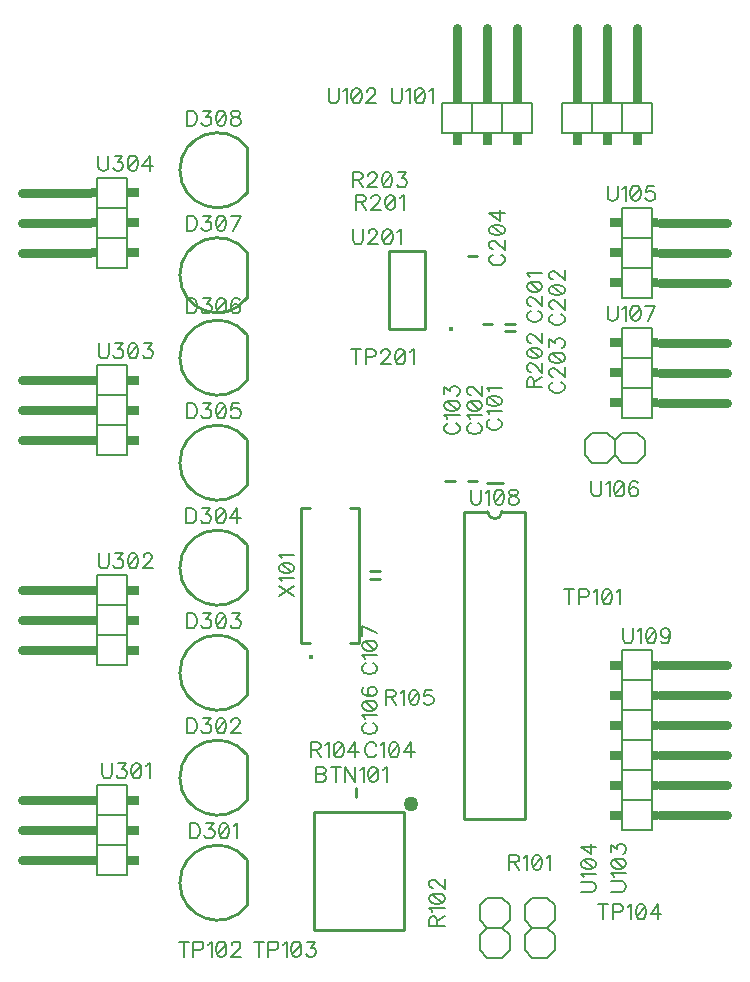
<source format=gto>
G04 DipTrace 2.3.1.0*
%INTopSilk.gbr*%
%MOIN*%
%ADD10C,0.0098*%
%ADD15C,0.03*%
%ADD16C,0.05*%
%ADD27C,0.0154*%
%ADD30C,0.006*%
%ADD68C,0.0077*%
%FSLAX44Y44*%
G04*
G70*
G90*
G75*
G01*
%LNTopSilk*%
%LPD*%
X11907Y5603D2*
D10*
X14899D1*
Y9541D1*
X11907D1*
Y5603D1*
D16*
X15153Y9822D3*
X18196Y20526D2*
D10*
X17684D1*
X17347Y20566D2*
X17033D1*
X16597D2*
X16283D1*
X13316Y10033D2*
Y10347D1*
X13783Y17314D2*
X14097D1*
Y17566D2*
X13783D1*
X17847Y25816D2*
X17533D1*
X18597D2*
X18283D1*
Y25564D2*
X18597D1*
X17347Y28066D2*
X17033D1*
X9690Y7939D2*
Y6441D1*
X9688Y7942D2*
G03X9688Y6438I-998J-752D01*
G01*
X9690Y11439D2*
Y9941D1*
X9688Y11442D2*
G03X9688Y9938I-998J-752D01*
G01*
X9690Y14939D2*
Y13441D1*
X9688Y14942D2*
G03X9688Y13438I-998J-752D01*
G01*
X9690Y18439D2*
Y16941D1*
X9688Y18442D2*
G03X9688Y16938I-998J-752D01*
G01*
X9690Y21939D2*
Y20441D1*
X9688Y21942D2*
G03X9688Y20438I-998J-752D01*
G01*
X9690Y25439D2*
Y23941D1*
X9688Y25442D2*
G03X9688Y23938I-998J-752D01*
G01*
X9690Y28189D2*
Y26691D1*
X9688Y28192D2*
G03X9688Y26688I-998J-752D01*
G01*
X9690Y31689D2*
Y30191D1*
X9688Y31692D2*
G03X9688Y30188I-998J-752D01*
G01*
X20190Y32190D2*
D30*
X21190D1*
Y33190D1*
X20190D1*
Y32190D1*
X20690Y35690D2*
D15*
Y33440D1*
X21190Y32190D2*
D30*
X22190D1*
Y33190D1*
X21190D1*
X21690Y35690D2*
D15*
Y33440D1*
X22190Y32190D2*
D30*
X23190D1*
Y33190D1*
X22190D1*
X22690Y35690D2*
D15*
Y33440D1*
G36*
X20540Y33190D2*
X20840D1*
Y33390D1*
X20540D1*
Y33190D1*
G37*
G36*
X21540D2*
X21840D1*
Y33390D1*
X21540D1*
Y33190D1*
G37*
G36*
X22540D2*
X22840D1*
Y33390D1*
X22540D1*
Y33190D1*
G37*
G36*
X20540Y31790D2*
X20840D1*
Y32190D1*
X20540D1*
Y31790D1*
G37*
G36*
X21540D2*
X21840D1*
Y32190D1*
X21540D1*
Y31790D1*
G37*
G36*
X22540D2*
X22840D1*
Y32190D1*
X22540D1*
Y31790D1*
G37*
X16190Y32190D2*
D30*
X17190D1*
Y33190D1*
X16190D1*
Y32190D1*
X16690Y35690D2*
D15*
Y33440D1*
X17190Y32190D2*
D30*
X18190D1*
Y33190D1*
X17190D1*
X17690Y35690D2*
D15*
Y33440D1*
X18190Y32190D2*
D30*
X19190D1*
Y33190D1*
X18190D1*
X18690Y35690D2*
D15*
Y33440D1*
G36*
X16540Y33190D2*
X16840D1*
Y33390D1*
X16540D1*
Y33190D1*
G37*
G36*
X17540D2*
X17840D1*
Y33390D1*
X17540D1*
Y33190D1*
G37*
G36*
X18540D2*
X18840D1*
Y33390D1*
X18540D1*
Y33190D1*
G37*
G36*
X16540Y31790D2*
X16840D1*
Y32190D1*
X16540D1*
Y31790D1*
G37*
G36*
X17540D2*
X17840D1*
Y32190D1*
X17540D1*
Y31790D1*
G37*
G36*
X18540D2*
X18840D1*
Y32190D1*
X18540D1*
Y31790D1*
G37*
X18940Y4940D2*
D30*
Y5440D1*
X19190Y5690D1*
X19690D1*
X19940Y5440D1*
X19190Y4690D2*
X19690D1*
X18940Y4940D2*
X19190Y4690D1*
X19690D2*
X19940Y4940D1*
Y5440D2*
Y4940D1*
X19190Y5690D2*
X18940Y5940D1*
Y6440D1*
X19190Y6690D1*
X19690D1*
X19940Y6440D1*
Y5940D1*
X19690Y5690D1*
X18440Y6440D2*
Y5940D1*
X18190Y5690D1*
X17690D1*
X17440Y5940D1*
X18190Y6690D2*
X17690D1*
X18440Y6440D2*
X18190Y6690D1*
X17690D2*
X17440Y6440D1*
Y5940D2*
Y6440D1*
X18190Y5690D2*
X18440Y5440D1*
Y4940D1*
X18190Y4690D1*
X17690D1*
X17440Y4940D1*
Y5440D1*
X17690Y5690D1*
X22190Y29690D2*
Y28690D1*
X23190D1*
Y29690D1*
X22190D1*
X25690Y29190D2*
D15*
X23440D1*
X22190Y28690D2*
D30*
Y27690D1*
X23190D1*
Y28690D1*
X25690Y28190D2*
D15*
X23440D1*
X22190Y27690D2*
D30*
Y26690D1*
X23190D1*
Y27690D1*
X25690Y27190D2*
D15*
X23440D1*
G36*
X23190Y29340D2*
X23390D1*
Y29040D1*
X23190D1*
Y29340D1*
G37*
G36*
Y28340D2*
X23390D1*
Y28040D1*
X23190D1*
Y28340D1*
G37*
G36*
Y27340D2*
X23390D1*
Y27040D1*
X23190D1*
Y27340D1*
G37*
G36*
X21790Y29340D2*
X22190D1*
Y29040D1*
X21790D1*
Y29340D1*
G37*
G36*
Y28340D2*
X22190D1*
Y28040D1*
X21790D1*
Y28340D1*
G37*
G36*
Y27340D2*
X22190D1*
Y27040D1*
X21790D1*
Y27340D1*
G37*
X22690Y21190D2*
D30*
X22190D1*
X21940Y21440D1*
Y21940D1*
X22190Y22190D1*
X22940Y21440D2*
Y21940D1*
X22690Y21190D2*
X22940Y21440D1*
Y21940D2*
X22690Y22190D1*
X22190D2*
X22690D1*
X21940Y21440D2*
X21690Y21190D1*
X21190D1*
X20940Y21440D1*
Y21940D1*
X21190Y22190D1*
X21690D1*
X21940Y21940D1*
X22190Y25690D2*
Y24690D1*
X23190D1*
Y25690D1*
X22190D1*
X25690Y25190D2*
D15*
X23440D1*
X22190Y24690D2*
D30*
Y23690D1*
X23190D1*
Y24690D1*
X25690Y24190D2*
D15*
X23440D1*
X22190Y23690D2*
D30*
Y22690D1*
X23190D1*
Y23690D1*
X25690Y23190D2*
D15*
X23440D1*
G36*
X23190Y25340D2*
X23390D1*
Y25040D1*
X23190D1*
Y25340D1*
G37*
G36*
Y24340D2*
X23390D1*
Y24040D1*
X23190D1*
Y24340D1*
G37*
G36*
Y23340D2*
X23390D1*
Y23040D1*
X23190D1*
Y23340D1*
G37*
G36*
X21790Y25340D2*
X22190D1*
Y25040D1*
X21790D1*
Y25340D1*
G37*
G36*
Y24340D2*
X22190D1*
Y24040D1*
X21790D1*
Y24340D1*
G37*
G36*
Y23340D2*
X22190D1*
Y23040D1*
X21790D1*
Y23340D1*
G37*
X18960Y19558D2*
D10*
Y9322D1*
X16913D2*
X18960D1*
X16913Y19558D2*
Y9322D1*
Y19558D2*
X17700D1*
X18960D2*
X18172D1*
X17700D2*
G03X18172Y19558I236J0D01*
G01*
X22190Y14940D2*
D30*
Y13940D1*
X23190D1*
Y14940D1*
X22190D1*
X25690Y14440D2*
D15*
X23440D1*
X22190Y13940D2*
D30*
Y12940D1*
X23190D1*
Y13940D1*
X25690Y13440D2*
D15*
X23440D1*
X22190Y12940D2*
D30*
Y11940D1*
X23190D1*
Y12940D1*
X25690Y12440D2*
D15*
X23440D1*
X22190Y11940D2*
D30*
Y10940D1*
X23190D1*
Y11940D1*
X25690Y11440D2*
D15*
X23440D1*
X22190Y10940D2*
D30*
Y9940D1*
X23190D1*
Y10940D1*
X25690Y10440D2*
D15*
X23440D1*
X22190Y9940D2*
D30*
Y8940D1*
X23190D1*
Y9940D1*
X25690Y9440D2*
D15*
X23440D1*
G36*
X23190Y14590D2*
X23390D1*
Y14290D1*
X23190D1*
Y14590D1*
G37*
G36*
Y13590D2*
X23390D1*
Y13290D1*
X23190D1*
Y13590D1*
G37*
G36*
Y12590D2*
X23390D1*
Y12290D1*
X23190D1*
Y12590D1*
G37*
G36*
Y11590D2*
X23390D1*
Y11290D1*
X23190D1*
Y11590D1*
G37*
G36*
Y10590D2*
X23390D1*
Y10290D1*
X23190D1*
Y10590D1*
G37*
G36*
Y9590D2*
X23390D1*
Y9290D1*
X23190D1*
Y9590D1*
G37*
G36*
X21790Y14590D2*
X22190D1*
Y14290D1*
X21790D1*
Y14590D1*
G37*
G36*
Y13590D2*
X22190D1*
Y13290D1*
X21790D1*
Y13590D1*
G37*
G36*
Y12590D2*
X22190D1*
Y12290D1*
X21790D1*
Y12590D1*
G37*
G36*
Y11590D2*
X22190D1*
Y11290D1*
X21790D1*
Y11590D1*
G37*
G36*
Y10590D2*
X22190D1*
Y10290D1*
X21790D1*
Y10590D1*
G37*
G36*
Y9590D2*
X22190D1*
Y9290D1*
X21790D1*
Y9590D1*
G37*
D27*
X16492Y25651D3*
X15599Y25641D2*
D10*
Y28239D1*
X14418Y25641D2*
Y28239D1*
X15599D2*
X14418D1*
X15599Y25641D2*
X14418D1*
X5690Y7440D2*
D30*
Y8440D1*
X4690D1*
Y7440D1*
X5690D1*
X2190Y7940D2*
D15*
X4440D1*
X5690Y8440D2*
D30*
Y9440D1*
X4690D1*
Y8440D1*
X2190Y8940D2*
D15*
X4440D1*
X5690Y9440D2*
D30*
Y10440D1*
X4690D1*
Y9440D1*
X2190Y9940D2*
D15*
X4440D1*
G36*
X4690Y7790D2*
X4490D1*
Y8090D1*
X4690D1*
Y7790D1*
G37*
G36*
Y8790D2*
X4490D1*
Y9090D1*
X4690D1*
Y8790D1*
G37*
G36*
Y9790D2*
X4490D1*
Y10090D1*
X4690D1*
Y9790D1*
G37*
G36*
X6090Y7790D2*
X5690D1*
Y8090D1*
X6090D1*
Y7790D1*
G37*
G36*
Y8790D2*
X5690D1*
Y9090D1*
X6090D1*
Y8790D1*
G37*
G36*
Y9790D2*
X5690D1*
Y10090D1*
X6090D1*
Y9790D1*
G37*
X5690Y14440D2*
D30*
Y15440D1*
X4690D1*
Y14440D1*
X5690D1*
X2190Y14940D2*
D15*
X4440D1*
X5690Y15440D2*
D30*
Y16440D1*
X4690D1*
Y15440D1*
X2190Y15940D2*
D15*
X4440D1*
X5690Y16440D2*
D30*
Y17440D1*
X4690D1*
Y16440D1*
X2190Y16940D2*
D15*
X4440D1*
G36*
X4690Y14790D2*
X4490D1*
Y15090D1*
X4690D1*
Y14790D1*
G37*
G36*
Y15790D2*
X4490D1*
Y16090D1*
X4690D1*
Y15790D1*
G37*
G36*
Y16790D2*
X4490D1*
Y17090D1*
X4690D1*
Y16790D1*
G37*
G36*
X6090Y14790D2*
X5690D1*
Y15090D1*
X6090D1*
Y14790D1*
G37*
G36*
Y15790D2*
X5690D1*
Y16090D1*
X6090D1*
Y15790D1*
G37*
G36*
Y16790D2*
X5690D1*
Y17090D1*
X6090D1*
Y16790D1*
G37*
X5690Y21440D2*
D30*
Y22440D1*
X4690D1*
Y21440D1*
X5690D1*
X2190Y21940D2*
D15*
X4440D1*
X5690Y22440D2*
D30*
Y23440D1*
X4690D1*
Y22440D1*
X2190Y22940D2*
D15*
X4440D1*
X5690Y23440D2*
D30*
Y24440D1*
X4690D1*
Y23440D1*
X2190Y23940D2*
D15*
X4440D1*
G36*
X4690Y21790D2*
X4490D1*
Y22090D1*
X4690D1*
Y21790D1*
G37*
G36*
Y22790D2*
X4490D1*
Y23090D1*
X4690D1*
Y22790D1*
G37*
G36*
Y23790D2*
X4490D1*
Y24090D1*
X4690D1*
Y23790D1*
G37*
G36*
X6090Y21790D2*
X5690D1*
Y22090D1*
X6090D1*
Y21790D1*
G37*
G36*
Y22790D2*
X5690D1*
Y23090D1*
X6090D1*
Y22790D1*
G37*
G36*
Y23790D2*
X5690D1*
Y24090D1*
X6090D1*
Y23790D1*
G37*
X5690Y27690D2*
D30*
Y28690D1*
X4690D1*
Y27690D1*
X5690D1*
X2190Y28190D2*
D15*
X4440D1*
X5690Y28690D2*
D30*
Y29690D1*
X4690D1*
Y28690D1*
X2190Y29190D2*
D15*
X4440D1*
X5690Y29690D2*
D30*
Y30690D1*
X4690D1*
Y29690D1*
X2190Y30190D2*
D15*
X4440D1*
G36*
X4690Y28040D2*
X4490D1*
Y28340D1*
X4690D1*
Y28040D1*
G37*
G36*
Y29040D2*
X4490D1*
Y29340D1*
X4690D1*
Y29040D1*
G37*
G36*
Y30040D2*
X4490D1*
Y30340D1*
X4690D1*
Y30040D1*
G37*
G36*
X6090Y28040D2*
X5690D1*
Y28340D1*
X6090D1*
Y28040D1*
G37*
G36*
Y29040D2*
X5690D1*
Y29340D1*
X6090D1*
Y29040D1*
G37*
G36*
Y30040D2*
X5690D1*
Y30340D1*
X6090D1*
Y30040D1*
G37*
D27*
X11825Y14700D3*
X11771Y15191D2*
D10*
X11475D1*
X13405Y19679D2*
X13109D1*
X13405Y15191D2*
Y19679D1*
Y15191D2*
X13109D1*
X11771Y19679D2*
X11475D1*
Y15191D2*
Y19679D1*
X11979Y11054D2*
D68*
Y10552D1*
X12194D1*
X12266Y10576D1*
X12290Y10600D1*
X12314Y10647D1*
Y10719D1*
X12290Y10767D1*
X12266Y10791D1*
X12194Y10815D1*
X12266Y10839D1*
X12290Y10863D1*
X12314Y10910D1*
Y10959D1*
X12290Y11006D1*
X12266Y11030D1*
X12194Y11054D1*
X11979D1*
Y10815D2*
X12194D1*
X12636Y11054D2*
Y10552D1*
X12468Y11054D2*
X12803D1*
X13292D2*
Y10552D1*
X12957Y11054D1*
Y10552D1*
X13447Y10958D2*
X13495Y10982D1*
X13567Y11054D1*
Y10552D1*
X13865Y11054D2*
X13793Y11030D1*
X13745Y10958D1*
X13721Y10839D1*
Y10767D1*
X13745Y10647D1*
X13793Y10575D1*
X13865Y10552D1*
X13912D1*
X13984Y10575D1*
X14032Y10647D1*
X14056Y10767D1*
Y10839D1*
X14032Y10958D1*
X13984Y11030D1*
X13912Y11054D1*
X13865D1*
X14032Y10958D2*
X13745Y10647D1*
X14210Y10958D2*
X14258Y10982D1*
X14330Y11054D1*
Y10552D1*
X17782Y22646D2*
X17734Y22622D1*
X17686Y22574D1*
X17662Y22526D1*
Y22431D1*
X17686Y22382D1*
X17734Y22335D1*
X17782Y22311D1*
X17854Y22287D1*
X17974D1*
X18045Y22311D1*
X18093Y22335D1*
X18141Y22382D1*
X18165Y22431D1*
Y22526D1*
X18141Y22574D1*
X18093Y22622D1*
X18045Y22646D1*
X17759Y22800D2*
X17734Y22848D1*
X17663Y22920D1*
X18165D1*
X17663Y23218D2*
X17687Y23146D1*
X17759Y23098D1*
X17878Y23074D1*
X17950D1*
X18069Y23098D1*
X18141Y23146D1*
X18165Y23218D1*
Y23266D1*
X18141Y23337D1*
X18069Y23385D1*
X17950Y23409D1*
X17878D1*
X17759Y23385D1*
X17687Y23337D1*
X17663Y23266D1*
Y23218D1*
X17759Y23385D2*
X18069Y23098D1*
X17759Y23564D2*
X17734Y23612D1*
X17663Y23684D1*
X18165D1*
X17130Y22499D2*
X17083Y22475D1*
X17035Y22427D1*
X17011Y22380D1*
Y22284D1*
X17035Y22236D1*
X17083Y22188D1*
X17130Y22164D1*
X17202Y22140D1*
X17322D1*
X17393Y22164D1*
X17441Y22188D1*
X17489Y22236D1*
X17513Y22284D1*
Y22380D1*
X17489Y22427D1*
X17441Y22475D1*
X17393Y22499D1*
X17107Y22653D2*
X17083Y22701D1*
X17011Y22773D1*
X17513D1*
X17011Y23071D2*
X17035Y23000D1*
X17107Y22952D1*
X17226Y22928D1*
X17298D1*
X17418Y22952D1*
X17490Y23000D1*
X17513Y23071D1*
Y23119D1*
X17490Y23191D1*
X17418Y23238D1*
X17298Y23263D1*
X17226D1*
X17107Y23238D1*
X17035Y23191D1*
X17011Y23119D1*
Y23071D1*
X17107Y23238D2*
X17418Y22952D1*
X17131Y23441D2*
X17107D1*
X17059Y23465D1*
X17035Y23489D1*
X17011Y23537D1*
Y23633D1*
X17035Y23680D1*
X17059Y23704D1*
X17107Y23728D1*
X17155D1*
X17203Y23704D1*
X17274Y23656D1*
X17513Y23417D1*
Y23752D1*
X16380Y22499D2*
X16333Y22475D1*
X16285Y22427D1*
X16261Y22380D1*
Y22284D1*
X16285Y22236D1*
X16333Y22188D1*
X16380Y22164D1*
X16452Y22140D1*
X16572D1*
X16643Y22164D1*
X16691Y22188D1*
X16739Y22236D1*
X16763Y22284D1*
Y22380D1*
X16739Y22427D1*
X16691Y22475D1*
X16643Y22499D1*
X16357Y22653D2*
X16333Y22701D1*
X16261Y22773D1*
X16763D1*
X16261Y23071D2*
X16285Y23000D1*
X16357Y22952D1*
X16476Y22928D1*
X16548D1*
X16668Y22952D1*
X16740Y23000D1*
X16763Y23071D1*
Y23119D1*
X16740Y23191D1*
X16668Y23238D1*
X16548Y23263D1*
X16476D1*
X16357Y23238D1*
X16285Y23191D1*
X16261Y23119D1*
Y23071D1*
X16357Y23238D2*
X16668Y22952D1*
X16261Y23465D2*
Y23728D1*
X16453Y23585D1*
Y23656D1*
X16476Y23704D1*
X16500Y23728D1*
X16572Y23752D1*
X16620D1*
X16691Y23728D1*
X16740Y23680D1*
X16763Y23608D1*
Y23536D1*
X16740Y23465D1*
X16715Y23441D1*
X16668Y23417D1*
X13987Y11750D2*
X13963Y11797D1*
X13915Y11845D1*
X13868Y11869D1*
X13772D1*
X13724Y11845D1*
X13677Y11797D1*
X13652Y11750D1*
X13628Y11678D1*
Y11558D1*
X13652Y11487D1*
X13677Y11439D1*
X13724Y11391D1*
X13772Y11367D1*
X13868D1*
X13915Y11391D1*
X13963Y11439D1*
X13987Y11487D1*
X14142Y11773D2*
X14190Y11797D1*
X14261Y11869D1*
Y11367D1*
X14560Y11869D2*
X14488Y11845D1*
X14440Y11773D1*
X14416Y11654D1*
Y11582D1*
X14440Y11462D1*
X14488Y11390D1*
X14560Y11367D1*
X14607D1*
X14679Y11390D1*
X14726Y11462D1*
X14751Y11582D1*
Y11654D1*
X14726Y11773D1*
X14679Y11845D1*
X14607Y11869D1*
X14560D1*
X14726Y11773D2*
X14440Y11462D1*
X15144Y11367D2*
Y11869D1*
X14905Y11534D1*
X15264D1*
X13630Y12499D2*
X13583Y12475D1*
X13535Y12427D1*
X13511Y12379D1*
Y12284D1*
X13535Y12236D1*
X13583Y12188D1*
X13630Y12164D1*
X13702Y12140D1*
X13822D1*
X13893Y12164D1*
X13941Y12188D1*
X13989Y12236D1*
X14013Y12284D1*
Y12379D1*
X13989Y12427D1*
X13941Y12475D1*
X13893Y12499D1*
X13607Y12653D2*
X13583Y12701D1*
X13511Y12773D1*
X14013D1*
X13511Y13071D2*
X13535Y12999D1*
X13607Y12951D1*
X13726Y12928D1*
X13798D1*
X13918Y12951D1*
X13990Y12999D1*
X14013Y13071D1*
Y13119D1*
X13990Y13191D1*
X13918Y13238D1*
X13798Y13263D1*
X13726D1*
X13607Y13238D1*
X13535Y13191D1*
X13511Y13119D1*
Y13071D1*
X13607Y13238D2*
X13918Y12951D1*
X13583Y13704D2*
X13535Y13680D1*
X13511Y13608D1*
Y13561D1*
X13535Y13489D1*
X13607Y13441D1*
X13726Y13417D1*
X13846D1*
X13941Y13441D1*
X13990Y13489D1*
X14013Y13561D1*
Y13584D1*
X13990Y13656D1*
X13941Y13704D1*
X13870Y13728D1*
X13846D1*
X13774Y13704D1*
X13726Y13656D1*
X13703Y13584D1*
Y13561D1*
X13726Y13489D1*
X13774Y13441D1*
X13846Y13417D1*
X13630Y14499D2*
X13583Y14475D1*
X13535Y14427D1*
X13511Y14380D1*
Y14284D1*
X13535Y14236D1*
X13583Y14188D1*
X13630Y14164D1*
X13702Y14140D1*
X13822D1*
X13893Y14164D1*
X13941Y14188D1*
X13989Y14236D1*
X14013Y14284D1*
Y14380D1*
X13989Y14427D1*
X13941Y14475D1*
X13893Y14499D1*
X13607Y14653D2*
X13583Y14701D1*
X13511Y14773D1*
X14013D1*
X13511Y15071D2*
X13535Y15000D1*
X13607Y14952D1*
X13726Y14928D1*
X13798D1*
X13918Y14952D1*
X13990Y15000D1*
X14013Y15071D1*
Y15119D1*
X13990Y15191D1*
X13918Y15238D1*
X13798Y15263D1*
X13726D1*
X13607Y15238D1*
X13535Y15191D1*
X13511Y15119D1*
Y15071D1*
X13607Y15238D2*
X13918Y14952D1*
X14013Y15513D2*
X13511Y15752D1*
Y15417D1*
X19130Y26249D2*
X19083Y26225D1*
X19035Y26177D1*
X19011Y26130D1*
Y26034D1*
X19035Y25986D1*
X19083Y25938D1*
X19130Y25914D1*
X19202Y25890D1*
X19322D1*
X19393Y25914D1*
X19441Y25938D1*
X19489Y25986D1*
X19513Y26034D1*
Y26130D1*
X19489Y26177D1*
X19441Y26225D1*
X19393Y26249D1*
X19131Y26428D2*
X19107D1*
X19059Y26451D1*
X19035Y26475D1*
X19011Y26523D1*
Y26619D1*
X19035Y26666D1*
X19059Y26690D1*
X19107Y26715D1*
X19155D1*
X19203Y26690D1*
X19274Y26643D1*
X19513Y26403D1*
Y26738D1*
X19011Y27036D2*
X19035Y26965D1*
X19107Y26916D1*
X19226Y26893D1*
X19298D1*
X19418Y26916D1*
X19490Y26965D1*
X19513Y27036D1*
Y27084D1*
X19490Y27156D1*
X19418Y27203D1*
X19298Y27228D1*
X19226D1*
X19107Y27203D1*
X19035Y27156D1*
X19011Y27084D1*
Y27036D1*
X19107Y27203D2*
X19418Y26916D1*
X19107Y27382D2*
X19083Y27430D1*
X19011Y27502D1*
X19513D1*
X19880Y26142D2*
X19833Y26118D1*
X19785Y26070D1*
X19761Y26022D1*
Y25927D1*
X19785Y25878D1*
X19833Y25831D1*
X19880Y25807D1*
X19952Y25783D1*
X20072D1*
X20143Y25807D1*
X20191Y25831D1*
X20239Y25878D1*
X20263Y25927D1*
Y26022D1*
X20239Y26070D1*
X20191Y26118D1*
X20143Y26142D1*
X19881Y26320D2*
X19857D1*
X19809Y26344D1*
X19785Y26368D1*
X19761Y26416D1*
Y26511D1*
X19785Y26559D1*
X19809Y26583D1*
X19857Y26607D1*
X19905D1*
X19953Y26583D1*
X20024Y26535D1*
X20263Y26296D1*
Y26631D1*
X19761Y26929D2*
X19785Y26857D1*
X19857Y26809D1*
X19976Y26785D1*
X20048D1*
X20168Y26809D1*
X20240Y26857D1*
X20263Y26929D1*
Y26976D1*
X20240Y27048D1*
X20168Y27096D1*
X20048Y27120D1*
X19976D1*
X19857Y27096D1*
X19785Y27048D1*
X19761Y26976D1*
Y26929D1*
X19857Y27096D2*
X20168Y26809D1*
X19881Y27299D2*
X19857D1*
X19809Y27323D1*
X19785Y27346D1*
X19761Y27394D1*
Y27490D1*
X19785Y27538D1*
X19809Y27561D1*
X19857Y27586D1*
X19905D1*
X19953Y27561D1*
X20024Y27514D1*
X20263Y27275D1*
Y27609D1*
X19880Y23879D2*
X19833Y23855D1*
X19785Y23807D1*
X19761Y23760D1*
Y23664D1*
X19785Y23616D1*
X19833Y23569D1*
X19880Y23544D1*
X19952Y23521D1*
X20072D1*
X20143Y23544D1*
X20191Y23569D1*
X20239Y23616D1*
X20263Y23664D1*
Y23760D1*
X20239Y23807D1*
X20191Y23855D1*
X20143Y23879D1*
X19881Y24058D2*
X19857D1*
X19809Y24082D1*
X19785Y24105D1*
X19761Y24154D1*
Y24249D1*
X19785Y24297D1*
X19809Y24320D1*
X19857Y24345D1*
X19905D1*
X19953Y24320D1*
X20024Y24273D1*
X20263Y24034D1*
Y24369D1*
X19761Y24667D2*
X19785Y24595D1*
X19857Y24547D1*
X19976Y24523D1*
X20048D1*
X20168Y24547D1*
X20240Y24595D1*
X20263Y24667D1*
Y24714D1*
X20240Y24786D1*
X20168Y24834D1*
X20048Y24858D1*
X19976D1*
X19857Y24834D1*
X19785Y24786D1*
X19761Y24714D1*
Y24667D1*
X19857Y24834D2*
X20168Y24547D1*
X19761Y25060D2*
Y25323D1*
X19953Y25180D1*
Y25252D1*
X19976Y25299D1*
X20000Y25323D1*
X20072Y25347D1*
X20120D1*
X20191Y25323D1*
X20240Y25275D1*
X20263Y25203D1*
Y25132D1*
X20240Y25060D1*
X20215Y25037D1*
X20168Y25012D1*
X17880Y28130D2*
X17833Y28106D1*
X17785Y28058D1*
X17761Y28010D1*
Y27915D1*
X17785Y27867D1*
X17833Y27819D1*
X17880Y27795D1*
X17952Y27771D1*
X18072D1*
X18143Y27795D1*
X18191Y27819D1*
X18239Y27867D1*
X18263Y27915D1*
Y28010D1*
X18239Y28058D1*
X18191Y28106D1*
X18143Y28130D1*
X17881Y28308D2*
X17857D1*
X17809Y28332D1*
X17785Y28356D1*
X17761Y28404D1*
Y28500D1*
X17785Y28547D1*
X17809Y28571D1*
X17857Y28595D1*
X17905D1*
X17953Y28571D1*
X18024Y28523D1*
X18263Y28284D1*
Y28619D1*
X17761Y28917D2*
X17785Y28845D1*
X17857Y28797D1*
X17976Y28773D1*
X18048D1*
X18168Y28797D1*
X18240Y28845D1*
X18263Y28917D1*
Y28965D1*
X18240Y29036D1*
X18168Y29084D1*
X18048Y29108D1*
X17976D1*
X17857Y29084D1*
X17785Y29036D1*
X17761Y28965D1*
Y28917D1*
X17857Y29084D2*
X18168Y28797D1*
X18263Y29502D2*
X17761D1*
X18096Y29263D1*
Y29621D1*
X7771Y9172D2*
Y8670D1*
X7938D1*
X8010Y8694D1*
X8058Y8741D1*
X8082Y8790D1*
X8106Y8861D1*
Y8981D1*
X8082Y9053D1*
X8058Y9100D1*
X8010Y9148D1*
X7938Y9172D1*
X7771D1*
X8308Y9171D2*
X8571D1*
X8428Y8980D1*
X8500D1*
X8547Y8956D1*
X8571Y8933D1*
X8595Y8861D1*
Y8813D1*
X8571Y8741D1*
X8523Y8693D1*
X8452Y8670D1*
X8380D1*
X8308Y8693D1*
X8285Y8718D1*
X8260Y8765D1*
X8893Y9171D2*
X8821Y9148D1*
X8773Y9076D1*
X8750Y8956D1*
Y8885D1*
X8773Y8765D1*
X8821Y8693D1*
X8893Y8670D1*
X8941D1*
X9013Y8693D1*
X9060Y8765D1*
X9085Y8885D1*
Y8956D1*
X9060Y9076D1*
X9013Y9148D1*
X8941Y9171D1*
X8893D1*
X9060Y9076D2*
X8773Y8765D1*
X9239Y9076D2*
X9287Y9100D1*
X9359Y9171D1*
Y8670D1*
X7663Y12672D2*
Y12170D1*
X7831D1*
X7903Y12194D1*
X7951Y12241D1*
X7975Y12290D1*
X7998Y12361D1*
Y12481D1*
X7975Y12553D1*
X7951Y12600D1*
X7903Y12648D1*
X7831Y12672D1*
X7663D1*
X8201Y12671D2*
X8463D1*
X8320Y12480D1*
X8392D1*
X8440Y12456D1*
X8463Y12433D1*
X8488Y12361D1*
Y12313D1*
X8463Y12241D1*
X8416Y12193D1*
X8344Y12170D1*
X8272D1*
X8201Y12193D1*
X8177Y12218D1*
X8153Y12265D1*
X8786Y12671D2*
X8714Y12648D1*
X8666Y12576D1*
X8642Y12456D1*
Y12385D1*
X8666Y12265D1*
X8714Y12193D1*
X8786Y12170D1*
X8833D1*
X8905Y12193D1*
X8953Y12265D1*
X8977Y12385D1*
Y12456D1*
X8953Y12576D1*
X8905Y12648D1*
X8833Y12671D1*
X8786D1*
X8953Y12576D2*
X8666Y12265D1*
X9156Y12552D2*
Y12576D1*
X9180Y12624D1*
X9203Y12648D1*
X9251Y12671D1*
X9347D1*
X9395Y12648D1*
X9418Y12624D1*
X9443Y12576D1*
Y12528D1*
X9418Y12480D1*
X9371Y12409D1*
X9131Y12170D1*
X9466D1*
X7663Y16172D2*
Y15670D1*
X7831D1*
X7903Y15694D1*
X7951Y15741D1*
X7975Y15790D1*
X7998Y15861D1*
Y15981D1*
X7975Y16053D1*
X7951Y16100D1*
X7903Y16148D1*
X7831Y16172D1*
X7663D1*
X8201Y16171D2*
X8463D1*
X8320Y15980D1*
X8392D1*
X8440Y15956D1*
X8463Y15933D1*
X8488Y15861D1*
Y15813D1*
X8463Y15741D1*
X8416Y15693D1*
X8344Y15670D1*
X8272D1*
X8201Y15693D1*
X8177Y15718D1*
X8153Y15765D1*
X8786Y16171D2*
X8714Y16148D1*
X8666Y16076D1*
X8642Y15956D1*
Y15885D1*
X8666Y15765D1*
X8714Y15693D1*
X8786Y15670D1*
X8833D1*
X8905Y15693D1*
X8953Y15765D1*
X8977Y15885D1*
Y15956D1*
X8953Y16076D1*
X8905Y16148D1*
X8833Y16171D1*
X8786D1*
X8953Y16076D2*
X8666Y15765D1*
X9180Y16171D2*
X9442D1*
X9299Y15980D1*
X9371D1*
X9418Y15956D1*
X9442Y15933D1*
X9466Y15861D1*
Y15813D1*
X9442Y15741D1*
X9395Y15693D1*
X9323Y15670D1*
X9251D1*
X9180Y15693D1*
X9156Y15718D1*
X9131Y15765D1*
X7652Y19672D2*
Y19170D1*
X7819D1*
X7891Y19194D1*
X7939Y19241D1*
X7963Y19290D1*
X7987Y19361D1*
Y19481D1*
X7963Y19553D1*
X7939Y19600D1*
X7891Y19648D1*
X7819Y19672D1*
X7652D1*
X8189Y19671D2*
X8452D1*
X8308Y19480D1*
X8380D1*
X8428Y19456D1*
X8452Y19433D1*
X8476Y19361D1*
Y19313D1*
X8452Y19241D1*
X8404Y19193D1*
X8332Y19170D1*
X8260D1*
X8189Y19193D1*
X8165Y19218D1*
X8141Y19265D1*
X8774Y19671D2*
X8702Y19648D1*
X8654Y19576D1*
X8630Y19456D1*
Y19385D1*
X8654Y19265D1*
X8702Y19193D1*
X8774Y19170D1*
X8821D1*
X8893Y19193D1*
X8941Y19265D1*
X8965Y19385D1*
Y19456D1*
X8941Y19576D1*
X8893Y19648D1*
X8821Y19671D1*
X8774D1*
X8941Y19576D2*
X8654Y19265D1*
X9359Y19170D2*
Y19671D1*
X9120Y19337D1*
X9478D1*
X7663Y23172D2*
Y22670D1*
X7831D1*
X7903Y22694D1*
X7951Y22741D1*
X7975Y22790D1*
X7998Y22861D1*
Y22981D1*
X7975Y23053D1*
X7951Y23100D1*
X7903Y23148D1*
X7831Y23172D1*
X7663D1*
X8201Y23171D2*
X8463D1*
X8320Y22980D1*
X8392D1*
X8440Y22956D1*
X8463Y22933D1*
X8488Y22861D1*
Y22813D1*
X8463Y22741D1*
X8416Y22693D1*
X8344Y22670D1*
X8272D1*
X8201Y22693D1*
X8177Y22718D1*
X8153Y22765D1*
X8786Y23171D2*
X8714Y23148D1*
X8666Y23076D1*
X8642Y22956D1*
Y22885D1*
X8666Y22765D1*
X8714Y22693D1*
X8786Y22670D1*
X8833D1*
X8905Y22693D1*
X8953Y22765D1*
X8977Y22885D1*
Y22956D1*
X8953Y23076D1*
X8905Y23148D1*
X8833Y23171D1*
X8786D1*
X8953Y23076D2*
X8666Y22765D1*
X9418Y23171D2*
X9180D1*
X9156Y22956D1*
X9180Y22980D1*
X9251Y23005D1*
X9323D1*
X9395Y22980D1*
X9443Y22933D1*
X9466Y22861D1*
Y22813D1*
X9443Y22741D1*
X9395Y22693D1*
X9323Y22670D1*
X9251D1*
X9180Y22693D1*
X9156Y22718D1*
X9131Y22765D1*
X7676Y26672D2*
Y26170D1*
X7843D1*
X7915Y26194D1*
X7963Y26241D1*
X7987Y26290D1*
X8011Y26361D1*
Y26481D1*
X7987Y26553D1*
X7963Y26600D1*
X7915Y26648D1*
X7843Y26672D1*
X7676D1*
X8213Y26671D2*
X8476D1*
X8332Y26480D1*
X8404D1*
X8452Y26456D1*
X8476Y26433D1*
X8500Y26361D1*
Y26313D1*
X8476Y26241D1*
X8428Y26193D1*
X8356Y26170D1*
X8284D1*
X8213Y26193D1*
X8189Y26218D1*
X8165Y26265D1*
X8798Y26671D2*
X8726Y26648D1*
X8678Y26576D1*
X8654Y26456D1*
Y26385D1*
X8678Y26265D1*
X8726Y26193D1*
X8798Y26170D1*
X8846D1*
X8917Y26193D1*
X8965Y26265D1*
X8989Y26385D1*
Y26456D1*
X8965Y26576D1*
X8917Y26648D1*
X8846Y26671D1*
X8798D1*
X8965Y26576D2*
X8678Y26265D1*
X9430Y26600D2*
X9407Y26648D1*
X9335Y26671D1*
X9287D1*
X9215Y26648D1*
X9167Y26576D1*
X9144Y26456D1*
Y26337D1*
X9167Y26241D1*
X9215Y26193D1*
X9287Y26170D1*
X9311D1*
X9382Y26193D1*
X9430Y26241D1*
X9454Y26313D1*
Y26337D1*
X9430Y26409D1*
X9382Y26456D1*
X9311Y26480D1*
X9287D1*
X9215Y26456D1*
X9167Y26409D1*
X9144Y26337D1*
X7663Y29422D2*
Y28920D1*
X7831D1*
X7903Y28944D1*
X7951Y28991D1*
X7975Y29040D1*
X7998Y29111D1*
Y29231D1*
X7975Y29303D1*
X7951Y29350D1*
X7903Y29398D1*
X7831Y29422D1*
X7663D1*
X8201Y29421D2*
X8463D1*
X8320Y29230D1*
X8392D1*
X8440Y29206D1*
X8463Y29183D1*
X8488Y29111D1*
Y29063D1*
X8463Y28991D1*
X8416Y28943D1*
X8344Y28920D1*
X8272D1*
X8201Y28943D1*
X8177Y28968D1*
X8153Y29015D1*
X8786Y29421D2*
X8714Y29398D1*
X8666Y29326D1*
X8642Y29206D1*
Y29135D1*
X8666Y29015D1*
X8714Y28943D1*
X8786Y28920D1*
X8833D1*
X8905Y28943D1*
X8953Y29015D1*
X8977Y29135D1*
Y29206D1*
X8953Y29326D1*
X8905Y29398D1*
X8833Y29421D1*
X8786D1*
X8953Y29326D2*
X8666Y29015D1*
X9227Y28920D2*
X9466Y29421D1*
X9131D1*
X7664Y32922D2*
Y32420D1*
X7831D1*
X7903Y32444D1*
X7951Y32491D1*
X7975Y32540D1*
X7999Y32611D1*
Y32731D1*
X7975Y32803D1*
X7951Y32850D1*
X7903Y32898D1*
X7831Y32922D1*
X7664D1*
X8201Y32921D2*
X8464D1*
X8321Y32730D1*
X8392D1*
X8440Y32706D1*
X8464Y32683D1*
X8488Y32611D1*
Y32563D1*
X8464Y32491D1*
X8416Y32443D1*
X8344Y32420D1*
X8272D1*
X8201Y32443D1*
X8177Y32468D1*
X8153Y32515D1*
X8786Y32921D2*
X8714Y32898D1*
X8666Y32826D1*
X8642Y32706D1*
Y32635D1*
X8666Y32515D1*
X8714Y32443D1*
X8786Y32420D1*
X8834D1*
X8905Y32443D1*
X8953Y32515D1*
X8977Y32635D1*
Y32706D1*
X8953Y32826D1*
X8905Y32898D1*
X8834Y32921D1*
X8786D1*
X8953Y32826D2*
X8666Y32515D1*
X9251Y32921D2*
X9180Y32898D1*
X9155Y32850D1*
Y32802D1*
X9180Y32755D1*
X9227Y32730D1*
X9323Y32706D1*
X9395Y32683D1*
X9442Y32635D1*
X9466Y32587D1*
Y32515D1*
X9442Y32468D1*
X9419Y32443D1*
X9347Y32420D1*
X9251D1*
X9180Y32443D1*
X9155Y32468D1*
X9132Y32515D1*
Y32587D1*
X9155Y32635D1*
X9204Y32683D1*
X9275Y32706D1*
X9370Y32730D1*
X9419Y32755D1*
X9442Y32802D1*
Y32850D1*
X9419Y32898D1*
X9347Y32921D1*
X9251D1*
X18419Y7880D2*
X18634D1*
X18706Y7904D1*
X18730Y7928D1*
X18754Y7975D1*
Y8023D1*
X18730Y8071D1*
X18706Y8095D1*
X18634Y8119D1*
X18419D1*
Y7617D1*
X18586Y7880D2*
X18754Y7617D1*
X18908Y8023D2*
X18956Y8047D1*
X19028Y8119D1*
Y7617D1*
X19326Y8119D2*
X19254Y8095D1*
X19206Y8023D1*
X19183Y7904D1*
Y7832D1*
X19206Y7712D1*
X19254Y7640D1*
X19326Y7617D1*
X19374D1*
X19446Y7640D1*
X19493Y7712D1*
X19517Y7832D1*
Y7904D1*
X19493Y8023D1*
X19446Y8095D1*
X19374Y8119D1*
X19326D1*
X19493Y8023D2*
X19206Y7712D1*
X19672Y8023D2*
X19720Y8047D1*
X19792Y8119D1*
Y7617D1*
X16000Y5731D2*
Y5946D1*
X15976Y6018D1*
X15952Y6042D1*
X15905Y6066D1*
X15857D1*
X15809Y6042D1*
X15785Y6018D1*
X15761Y5946D1*
Y5731D1*
X16263D1*
X16000Y5898D2*
X16263Y6066D1*
X15857Y6220D2*
X15833Y6268D1*
X15761Y6340D1*
X16263D1*
X15761Y6638D2*
X15785Y6566D1*
X15857Y6518D1*
X15976Y6494D1*
X16048D1*
X16168Y6518D1*
X16240Y6566D1*
X16263Y6638D1*
Y6686D1*
X16240Y6757D1*
X16168Y6805D1*
X16048Y6829D1*
X15976D1*
X15857Y6805D1*
X15785Y6757D1*
X15761Y6686D1*
Y6638D1*
X15857Y6805D2*
X16168Y6518D1*
X15881Y7008D2*
X15857D1*
X15809Y7032D1*
X15785Y7056D1*
X15761Y7104D1*
Y7199D1*
X15785Y7247D1*
X15809Y7271D1*
X15857Y7295D1*
X15905D1*
X15953Y7271D1*
X16024Y7223D1*
X16263Y6984D1*
Y7319D1*
X11800Y11630D2*
X12015D1*
X12086Y11654D1*
X12111Y11678D1*
X12134Y11725D1*
Y11773D1*
X12111Y11821D1*
X12086Y11845D1*
X12015Y11869D1*
X11800D1*
Y11367D1*
X11967Y11630D2*
X12134Y11367D1*
X12289Y11773D2*
X12337Y11797D1*
X12409Y11869D1*
Y11367D1*
X12707Y11869D2*
X12635Y11845D1*
X12587Y11773D1*
X12563Y11654D1*
Y11582D1*
X12587Y11462D1*
X12635Y11390D1*
X12707Y11367D1*
X12754D1*
X12826Y11390D1*
X12874Y11462D1*
X12898Y11582D1*
Y11654D1*
X12874Y11773D1*
X12826Y11845D1*
X12754Y11869D1*
X12707D1*
X12874Y11773D2*
X12587Y11462D1*
X13292Y11367D2*
Y11869D1*
X13052Y11534D1*
X13411D1*
X14311Y13380D2*
X14526D1*
X14598Y13404D1*
X14623Y13428D1*
X14646Y13475D1*
Y13523D1*
X14623Y13571D1*
X14598Y13595D1*
X14526Y13619D1*
X14311D1*
Y13117D1*
X14479Y13380D2*
X14646Y13117D1*
X14801Y13523D2*
X14849Y13547D1*
X14921Y13619D1*
Y13117D1*
X15219Y13619D2*
X15147Y13595D1*
X15099Y13523D1*
X15075Y13404D1*
Y13332D1*
X15099Y13212D1*
X15147Y13140D1*
X15219Y13117D1*
X15266D1*
X15338Y13140D1*
X15386Y13212D1*
X15410Y13332D1*
Y13404D1*
X15386Y13523D1*
X15338Y13595D1*
X15266Y13619D1*
X15219D1*
X15386Y13523D2*
X15099Y13212D1*
X15851Y13619D2*
X15612D1*
X15589Y13404D1*
X15612Y13427D1*
X15684Y13452D1*
X15756D1*
X15827Y13427D1*
X15876Y13380D1*
X15899Y13308D1*
Y13260D1*
X15876Y13189D1*
X15827Y13140D1*
X15756Y13117D1*
X15684D1*
X15612Y13140D1*
X15589Y13165D1*
X15564Y13212D1*
X13311Y29880D2*
X13526D1*
X13598Y29904D1*
X13623Y29928D1*
X13646Y29975D1*
Y30023D1*
X13623Y30071D1*
X13598Y30095D1*
X13526Y30119D1*
X13311D1*
Y29617D1*
X13479Y29880D2*
X13646Y29617D1*
X13825Y29999D2*
Y30023D1*
X13849Y30071D1*
X13873Y30095D1*
X13921Y30119D1*
X14016D1*
X14064Y30095D1*
X14088Y30071D1*
X14112Y30023D1*
Y29975D1*
X14088Y29927D1*
X14040Y29856D1*
X13801Y29617D1*
X14136D1*
X14434Y30119D2*
X14362Y30095D1*
X14314Y30023D1*
X14290Y29904D1*
Y29832D1*
X14314Y29712D1*
X14362Y29640D1*
X14434Y29617D1*
X14481D1*
X14553Y29640D1*
X14601Y29712D1*
X14625Y29832D1*
Y29904D1*
X14601Y30023D1*
X14553Y30095D1*
X14481Y30119D1*
X14434D1*
X14601Y30023D2*
X14314Y29712D1*
X14779Y30023D2*
X14827Y30047D1*
X14899Y30119D1*
Y29617D1*
X19250Y23704D2*
Y23919D1*
X19226Y23991D1*
X19202Y24015D1*
X19155Y24039D1*
X19107D1*
X19059Y24015D1*
X19035Y23991D1*
X19011Y23919D1*
Y23704D1*
X19513D1*
X19250Y23871D2*
X19513Y24039D1*
X19131Y24218D2*
X19107D1*
X19059Y24241D1*
X19035Y24265D1*
X19011Y24313D1*
Y24409D1*
X19035Y24456D1*
X19059Y24480D1*
X19107Y24504D1*
X19155D1*
X19203Y24480D1*
X19274Y24433D1*
X19513Y24193D1*
Y24528D1*
X19011Y24826D2*
X19035Y24754D1*
X19107Y24706D1*
X19226Y24683D1*
X19298D1*
X19418Y24706D1*
X19490Y24754D1*
X19513Y24826D1*
Y24874D1*
X19490Y24946D1*
X19418Y24993D1*
X19298Y25017D1*
X19226D1*
X19107Y24993D1*
X19035Y24946D1*
X19011Y24874D1*
Y24826D1*
X19107Y24993D2*
X19418Y24706D1*
X19131Y25196D2*
X19107D1*
X19059Y25220D1*
X19035Y25244D1*
X19011Y25292D1*
Y25387D1*
X19035Y25435D1*
X19059Y25459D1*
X19107Y25483D1*
X19155D1*
X19203Y25459D1*
X19274Y25411D1*
X19513Y25172D1*
Y25507D1*
X13204Y30630D2*
X13419D1*
X13491Y30654D1*
X13515Y30678D1*
X13539Y30725D1*
Y30773D1*
X13515Y30821D1*
X13491Y30845D1*
X13419Y30869D1*
X13204D1*
Y30367D1*
X13371Y30630D2*
X13539Y30367D1*
X13718Y30749D2*
Y30773D1*
X13741Y30821D1*
X13765Y30845D1*
X13813Y30869D1*
X13909D1*
X13956Y30845D1*
X13980Y30821D1*
X14004Y30773D1*
Y30725D1*
X13980Y30677D1*
X13933Y30606D1*
X13693Y30367D1*
X14028D1*
X14326Y30869D2*
X14254Y30845D1*
X14206Y30773D1*
X14183Y30654D1*
Y30582D1*
X14206Y30462D1*
X14254Y30390D1*
X14326Y30367D1*
X14374D1*
X14446Y30390D1*
X14493Y30462D1*
X14517Y30582D1*
Y30654D1*
X14493Y30773D1*
X14446Y30845D1*
X14374Y30869D1*
X14326D1*
X14493Y30773D2*
X14206Y30462D1*
X14720Y30869D2*
X14982D1*
X14839Y30677D1*
X14911D1*
X14959Y30654D1*
X14982Y30630D1*
X15007Y30558D1*
Y30510D1*
X14982Y30439D1*
X14935Y30390D1*
X14863Y30367D1*
X14791D1*
X14720Y30390D1*
X14696Y30415D1*
X14672Y30462D1*
X20426Y16972D2*
Y16470D1*
X20259Y16972D2*
X20594D1*
X20748Y16709D2*
X20964D1*
X21035Y16733D1*
X21059Y16757D1*
X21083Y16805D1*
Y16877D1*
X21059Y16924D1*
X21035Y16948D1*
X20964Y16972D1*
X20748D1*
Y16470D1*
X21238Y16876D2*
X21286Y16900D1*
X21357Y16972D1*
Y16470D1*
X21656Y16972D2*
X21584Y16948D1*
X21536Y16876D1*
X21512Y16757D1*
Y16685D1*
X21536Y16565D1*
X21584Y16494D1*
X21656Y16470D1*
X21703D1*
X21775Y16494D1*
X21822Y16565D1*
X21847Y16685D1*
Y16757D1*
X21822Y16876D1*
X21775Y16948D1*
X21703Y16972D1*
X21656D1*
X21822Y16876D2*
X21536Y16565D1*
X22001Y16876D2*
X22049Y16900D1*
X22121Y16972D1*
Y16470D1*
X7569Y5222D2*
Y4720D1*
X7401Y5222D2*
X7736D1*
X7891Y4959D2*
X8106D1*
X8178Y4983D1*
X8202Y5007D1*
X8226Y5055D1*
Y5127D1*
X8202Y5174D1*
X8178Y5198D1*
X8106Y5222D1*
X7891D1*
Y4720D1*
X8380Y5126D2*
X8428Y5150D1*
X8500Y5222D1*
Y4720D1*
X8798Y5222D2*
X8726Y5198D1*
X8678Y5126D1*
X8654Y5007D1*
Y4935D1*
X8678Y4815D1*
X8726Y4744D1*
X8798Y4720D1*
X8846D1*
X8917Y4744D1*
X8965Y4815D1*
X8989Y4935D1*
Y5007D1*
X8965Y5126D1*
X8917Y5198D1*
X8846Y5222D1*
X8798D1*
X8965Y5126D2*
X8678Y4815D1*
X9168Y5102D2*
Y5126D1*
X9192Y5174D1*
X9216Y5198D1*
X9264Y5222D1*
X9359D1*
X9407Y5198D1*
X9431Y5174D1*
X9455Y5126D1*
Y5079D1*
X9431Y5030D1*
X9383Y4959D1*
X9144Y4720D1*
X9479D1*
X10069Y5222D2*
Y4720D1*
X9901Y5222D2*
X10236D1*
X10391Y4959D2*
X10606D1*
X10678Y4983D1*
X10702Y5007D1*
X10726Y5055D1*
Y5127D1*
X10702Y5174D1*
X10678Y5198D1*
X10606Y5222D1*
X10391D1*
Y4720D1*
X10880Y5126D2*
X10928Y5150D1*
X11000Y5222D1*
Y4720D1*
X11298Y5222D2*
X11226Y5198D1*
X11178Y5126D1*
X11154Y5007D1*
Y4935D1*
X11178Y4815D1*
X11226Y4744D1*
X11298Y4720D1*
X11346D1*
X11417Y4744D1*
X11465Y4815D1*
X11489Y4935D1*
Y5007D1*
X11465Y5126D1*
X11417Y5198D1*
X11346Y5222D1*
X11298D1*
X11465Y5126D2*
X11178Y4815D1*
X11692Y5222D2*
X11954D1*
X11811Y5030D1*
X11883D1*
X11931Y5007D1*
X11954Y4983D1*
X11979Y4911D1*
Y4864D1*
X11954Y4792D1*
X11907Y4744D1*
X11835Y4720D1*
X11763D1*
X11692Y4744D1*
X11668Y4768D1*
X11644Y4815D1*
X21557Y6472D2*
Y5970D1*
X21389Y6472D2*
X21724D1*
X21879Y6209D2*
X22094D1*
X22166Y6233D1*
X22190Y6257D1*
X22214Y6305D1*
Y6377D1*
X22190Y6424D1*
X22166Y6448D1*
X22094Y6472D1*
X21879D1*
Y5970D1*
X22368Y6376D2*
X22416Y6400D1*
X22488Y6472D1*
Y5970D1*
X22786Y6472D2*
X22714Y6448D1*
X22666Y6376D1*
X22642Y6257D1*
Y6185D1*
X22666Y6065D1*
X22714Y5994D1*
X22786Y5970D1*
X22834D1*
X22906Y5994D1*
X22953Y6065D1*
X22977Y6185D1*
Y6257D1*
X22953Y6376D1*
X22906Y6448D1*
X22834Y6472D1*
X22786D1*
X22953Y6376D2*
X22666Y6065D1*
X23371Y5970D2*
Y6472D1*
X23132Y6137D1*
X23491D1*
X13319Y24972D2*
Y24470D1*
X13151Y24972D2*
X13486D1*
X13641Y24709D2*
X13856D1*
X13928Y24733D1*
X13952Y24757D1*
X13976Y24805D1*
Y24877D1*
X13952Y24924D1*
X13928Y24948D1*
X13856Y24972D1*
X13641D1*
Y24470D1*
X14154Y24852D2*
Y24876D1*
X14178Y24924D1*
X14202Y24948D1*
X14250Y24972D1*
X14346D1*
X14393Y24948D1*
X14417Y24924D1*
X14441Y24876D1*
Y24829D1*
X14417Y24780D1*
X14369Y24709D1*
X14130Y24470D1*
X14465D1*
X14763Y24972D2*
X14691Y24948D1*
X14643Y24876D1*
X14619Y24757D1*
Y24685D1*
X14643Y24565D1*
X14691Y24494D1*
X14763Y24470D1*
X14811D1*
X14882Y24494D1*
X14930Y24565D1*
X14954Y24685D1*
Y24757D1*
X14930Y24876D1*
X14882Y24948D1*
X14811Y24972D1*
X14763D1*
X14930Y24876D2*
X14643Y24565D1*
X15109Y24876D2*
X15157Y24900D1*
X15229Y24972D1*
Y24470D1*
X14504Y33672D2*
Y33313D1*
X14527Y33242D1*
X14575Y33194D1*
X14647Y33170D1*
X14695D1*
X14767Y33194D1*
X14815Y33242D1*
X14838Y33313D1*
Y33672D1*
X14993Y33576D2*
X15041Y33600D1*
X15113Y33672D1*
Y33170D1*
X15411Y33672D2*
X15339Y33648D1*
X15291Y33576D1*
X15267Y33457D1*
Y33385D1*
X15291Y33265D1*
X15339Y33193D1*
X15411Y33170D1*
X15458D1*
X15530Y33193D1*
X15578Y33265D1*
X15602Y33385D1*
Y33457D1*
X15578Y33576D1*
X15530Y33648D1*
X15458Y33672D1*
X15411D1*
X15578Y33576D2*
X15291Y33265D1*
X15757Y33576D2*
X15805Y33600D1*
X15876Y33672D1*
Y33170D1*
X12396Y33672D2*
Y33313D1*
X12420Y33242D1*
X12468Y33194D1*
X12540Y33170D1*
X12587D1*
X12659Y33194D1*
X12707Y33242D1*
X12731Y33313D1*
Y33672D1*
X12885Y33576D2*
X12933Y33600D1*
X13005Y33672D1*
Y33170D1*
X13303Y33672D2*
X13232Y33648D1*
X13183Y33576D1*
X13160Y33457D1*
Y33385D1*
X13183Y33265D1*
X13232Y33193D1*
X13303Y33170D1*
X13351D1*
X13423Y33193D1*
X13470Y33265D1*
X13495Y33385D1*
Y33457D1*
X13470Y33576D1*
X13423Y33648D1*
X13351Y33672D1*
X13303D1*
X13470Y33576D2*
X13183Y33265D1*
X13673Y33552D2*
Y33576D1*
X13697Y33624D1*
X13721Y33648D1*
X13769Y33672D1*
X13865D1*
X13912Y33648D1*
X13936Y33624D1*
X13960Y33576D1*
Y33528D1*
X13936Y33480D1*
X13888Y33409D1*
X13649Y33170D1*
X13984D1*
X21811Y6896D2*
X22169D1*
X22241Y6920D1*
X22289Y6968D1*
X22313Y7040D1*
Y7087D1*
X22289Y7159D1*
X22241Y7207D1*
X22169Y7231D1*
X21811D1*
X21907Y7385D2*
X21883Y7433D1*
X21811Y7505D1*
X22313D1*
X21811Y7803D2*
X21835Y7732D1*
X21907Y7683D1*
X22026Y7660D1*
X22098D1*
X22217Y7683D1*
X22289Y7732D1*
X22313Y7803D1*
Y7851D1*
X22289Y7923D1*
X22217Y7970D1*
X22098Y7995D1*
X22026D1*
X21907Y7970D1*
X21835Y7923D1*
X21811Y7851D1*
Y7803D1*
X21907Y7970D2*
X22217Y7683D1*
X21811Y8197D2*
Y8460D1*
X22002Y8316D1*
Y8388D1*
X22026Y8436D1*
X22050Y8460D1*
X22122Y8484D1*
X22169D1*
X22241Y8460D1*
X22289Y8412D1*
X22313Y8340D1*
Y8268D1*
X22289Y8197D1*
X22265Y8173D1*
X22217Y8149D1*
X20811Y6884D2*
X21169D1*
X21241Y6908D1*
X21289Y6956D1*
X21313Y7028D1*
Y7075D1*
X21289Y7147D1*
X21241Y7195D1*
X21169Y7219D1*
X20811D1*
X20907Y7373D2*
X20883Y7422D1*
X20811Y7493D1*
X21313D1*
X20811Y7792D2*
X20835Y7720D1*
X20907Y7672D1*
X21026Y7648D1*
X21098D1*
X21217Y7672D1*
X21289Y7720D1*
X21313Y7792D1*
Y7839D1*
X21289Y7911D1*
X21217Y7958D1*
X21098Y7983D1*
X21026D1*
X20907Y7958D1*
X20835Y7911D1*
X20811Y7839D1*
Y7792D1*
X20907Y7958D2*
X21217Y7672D1*
X21313Y8376D2*
X20811D1*
X21146Y8137D1*
Y8496D1*
X21697Y30422D2*
Y30064D1*
X21721Y29992D1*
X21769Y29944D1*
X21841Y29920D1*
X21889D1*
X21961Y29944D1*
X22009Y29992D1*
X22032Y30064D1*
Y30422D1*
X22187Y30326D2*
X22235Y30350D1*
X22307Y30422D1*
Y29920D1*
X22605Y30422D2*
X22533Y30398D1*
X22485Y30326D1*
X22461Y30207D1*
Y30135D1*
X22485Y30015D1*
X22533Y29944D1*
X22605Y29920D1*
X22652D1*
X22724Y29944D1*
X22772Y30015D1*
X22796Y30135D1*
Y30207D1*
X22772Y30326D1*
X22724Y30398D1*
X22652Y30422D1*
X22605D1*
X22772Y30326D2*
X22485Y30015D1*
X23237Y30422D2*
X22998D1*
X22975Y30207D1*
X22998Y30230D1*
X23070Y30255D1*
X23142D1*
X23213Y30230D1*
X23262Y30183D1*
X23285Y30111D1*
Y30064D1*
X23262Y29992D1*
X23213Y29944D1*
X23142Y29920D1*
X23070D1*
X22998Y29944D1*
X22975Y29968D1*
X22950Y30015D1*
X21158Y20569D2*
Y20211D1*
X21182Y20139D1*
X21230Y20091D1*
X21302Y20067D1*
X21349D1*
X21421Y20091D1*
X21469Y20139D1*
X21493Y20211D1*
Y20569D1*
X21648Y20473D2*
X21696Y20497D1*
X21767Y20569D1*
Y20067D1*
X22066Y20569D2*
X21994Y20545D1*
X21946Y20473D1*
X21922Y20354D1*
Y20282D1*
X21946Y20163D1*
X21994Y20091D1*
X22066Y20067D1*
X22113D1*
X22185Y20091D1*
X22232Y20163D1*
X22257Y20282D1*
Y20354D1*
X22232Y20473D1*
X22185Y20545D1*
X22113Y20569D1*
X22066D1*
X22232Y20473D2*
X21946Y20163D1*
X22698Y20497D2*
X22674Y20545D1*
X22602Y20569D1*
X22555D1*
X22483Y20545D1*
X22435Y20473D1*
X22411Y20354D1*
Y20234D1*
X22435Y20139D1*
X22483Y20091D1*
X22555Y20067D1*
X22579D1*
X22650Y20091D1*
X22698Y20139D1*
X22722Y20211D1*
Y20234D1*
X22698Y20306D1*
X22650Y20354D1*
X22579Y20378D1*
X22555D1*
X22483Y20354D1*
X22435Y20306D1*
X22411Y20234D1*
X21697Y26422D2*
Y26064D1*
X21721Y25992D1*
X21769Y25944D1*
X21841Y25920D1*
X21889D1*
X21961Y25944D1*
X22009Y25992D1*
X22032Y26064D1*
Y26422D1*
X22187Y26326D2*
X22235Y26350D1*
X22307Y26422D1*
Y25920D1*
X22605Y26422D2*
X22533Y26398D1*
X22485Y26326D1*
X22461Y26207D1*
Y26135D1*
X22485Y26015D1*
X22533Y25944D1*
X22605Y25920D1*
X22652D1*
X22724Y25944D1*
X22772Y26015D1*
X22796Y26135D1*
Y26207D1*
X22772Y26326D1*
X22724Y26398D1*
X22652Y26422D1*
X22605D1*
X22772Y26326D2*
X22485Y26015D1*
X23046Y25920D2*
X23285Y26422D1*
X22950D1*
X17142Y20290D2*
Y19932D1*
X17166Y19860D1*
X17214Y19812D1*
X17286Y19788D1*
X17334D1*
X17405Y19812D1*
X17454Y19860D1*
X17477Y19932D1*
Y20290D1*
X17632Y20194D2*
X17680Y20218D1*
X17752Y20290D1*
Y19788D1*
X18050Y20290D2*
X17978Y20266D1*
X17930Y20194D1*
X17906Y20075D1*
Y20003D1*
X17930Y19884D1*
X17978Y19812D1*
X18050Y19788D1*
X18097D1*
X18169Y19812D1*
X18217Y19884D1*
X18241Y20003D1*
Y20075D1*
X18217Y20194D1*
X18169Y20266D1*
X18097Y20290D1*
X18050D1*
X18217Y20194D2*
X17930Y19884D1*
X18515Y20290D2*
X18443Y20266D1*
X18419Y20218D1*
Y20170D1*
X18443Y20123D1*
X18491Y20099D1*
X18587Y20075D1*
X18658Y20051D1*
X18706Y20003D1*
X18730Y19955D1*
Y19884D1*
X18706Y19836D1*
X18682Y19812D1*
X18610Y19788D1*
X18515D1*
X18443Y19812D1*
X18419Y19836D1*
X18395Y19884D1*
Y19955D1*
X18419Y20003D1*
X18467Y20051D1*
X18539Y20075D1*
X18634Y20099D1*
X18682Y20123D1*
X18706Y20170D1*
Y20218D1*
X18682Y20266D1*
X18610Y20290D1*
X18515D1*
X22209Y15672D2*
Y15314D1*
X22233Y15242D1*
X22281Y15194D1*
X22353Y15170D1*
X22401D1*
X22472Y15194D1*
X22520Y15242D1*
X22544Y15314D1*
Y15672D1*
X22699Y15576D2*
X22747Y15600D1*
X22819Y15672D1*
Y15170D1*
X23117Y15672D2*
X23045Y15648D1*
X22997Y15576D1*
X22973Y15457D1*
Y15385D1*
X22997Y15265D1*
X23045Y15194D1*
X23117Y15170D1*
X23164D1*
X23236Y15194D1*
X23284Y15265D1*
X23308Y15385D1*
Y15457D1*
X23284Y15576D1*
X23236Y15648D1*
X23164Y15672D1*
X23117D1*
X23284Y15576D2*
X22997Y15265D1*
X23773Y15505D2*
X23749Y15433D1*
X23702Y15385D1*
X23630Y15361D1*
X23606D1*
X23534Y15385D1*
X23487Y15433D1*
X23462Y15505D1*
Y15529D1*
X23487Y15600D1*
X23534Y15648D1*
X23606Y15672D1*
X23630D1*
X23702Y15648D1*
X23749Y15600D1*
X23773Y15505D1*
Y15385D1*
X23749Y15265D1*
X23702Y15194D1*
X23630Y15170D1*
X23582D1*
X23510Y15194D1*
X23487Y15242D1*
X13215Y28972D2*
Y28613D1*
X13239Y28541D1*
X13287Y28493D1*
X13359Y28469D1*
X13406D1*
X13478Y28493D1*
X13526Y28541D1*
X13550Y28613D1*
Y28972D1*
X13729Y28852D2*
Y28875D1*
X13752Y28923D1*
X13776Y28947D1*
X13824Y28971D1*
X13920D1*
X13967Y28947D1*
X13991Y28923D1*
X14015Y28875D1*
Y28828D1*
X13991Y28780D1*
X13944Y28708D1*
X13704Y28469D1*
X14039D1*
X14337Y28971D2*
X14265Y28947D1*
X14217Y28875D1*
X14194Y28756D1*
Y28684D1*
X14217Y28565D1*
X14265Y28493D1*
X14337Y28469D1*
X14385D1*
X14457Y28493D1*
X14504Y28565D1*
X14529Y28684D1*
Y28756D1*
X14504Y28875D1*
X14457Y28947D1*
X14385Y28971D1*
X14337D1*
X14504Y28875D2*
X14217Y28565D1*
X14683Y28875D2*
X14731Y28900D1*
X14803Y28971D1*
Y28469D1*
X4845Y11172D2*
Y10814D1*
X4868Y10742D1*
X4917Y10694D1*
X4988Y10670D1*
X5036D1*
X5108Y10694D1*
X5156Y10742D1*
X5180Y10814D1*
Y11172D1*
X5382D2*
X5645D1*
X5501Y10980D1*
X5573D1*
X5621Y10957D1*
X5645Y10933D1*
X5669Y10861D1*
Y10814D1*
X5645Y10742D1*
X5597Y10694D1*
X5525Y10670D1*
X5453D1*
X5382Y10694D1*
X5358Y10718D1*
X5334Y10765D1*
X5967Y11172D2*
X5895Y11148D1*
X5847Y11076D1*
X5823Y10957D1*
Y10885D1*
X5847Y10765D1*
X5895Y10694D1*
X5967Y10670D1*
X6015D1*
X6086Y10694D1*
X6134Y10765D1*
X6158Y10885D1*
Y10957D1*
X6134Y11076D1*
X6086Y11148D1*
X6015Y11172D1*
X5967D1*
X6134Y11076D2*
X5847Y10765D1*
X6313Y11076D2*
X6361Y11100D1*
X6433Y11172D1*
Y10670D1*
X4737Y18172D2*
Y17814D1*
X4761Y17742D1*
X4809Y17694D1*
X4881Y17670D1*
X4928D1*
X5000Y17694D1*
X5048Y17742D1*
X5072Y17814D1*
Y18172D1*
X5275D2*
X5537D1*
X5394Y17980D1*
X5466D1*
X5513Y17957D1*
X5537Y17933D1*
X5561Y17861D1*
Y17814D1*
X5537Y17742D1*
X5490Y17694D1*
X5418Y17670D1*
X5346D1*
X5275Y17694D1*
X5251Y17718D1*
X5226Y17765D1*
X5860Y18172D2*
X5788Y18148D1*
X5740Y18076D1*
X5716Y17957D1*
Y17885D1*
X5740Y17765D1*
X5788Y17694D1*
X5860Y17670D1*
X5907D1*
X5979Y17694D1*
X6026Y17765D1*
X6051Y17885D1*
Y17957D1*
X6026Y18076D1*
X5979Y18148D1*
X5907Y18172D1*
X5860D1*
X6026Y18076D2*
X5740Y17765D1*
X6229Y18052D2*
Y18076D1*
X6253Y18124D1*
X6277Y18148D1*
X6325Y18172D1*
X6421D1*
X6468Y18148D1*
X6492Y18124D1*
X6516Y18076D1*
Y18029D1*
X6492Y17980D1*
X6444Y17909D1*
X6205Y17670D1*
X6540D1*
X4737Y25172D2*
Y24814D1*
X4761Y24742D1*
X4809Y24694D1*
X4881Y24670D1*
X4928D1*
X5000Y24694D1*
X5048Y24742D1*
X5072Y24814D1*
Y25172D1*
X5275D2*
X5537D1*
X5394Y24980D1*
X5466D1*
X5513Y24957D1*
X5537Y24933D1*
X5561Y24861D1*
Y24814D1*
X5537Y24742D1*
X5490Y24694D1*
X5418Y24670D1*
X5346D1*
X5275Y24694D1*
X5251Y24718D1*
X5226Y24765D1*
X5860Y25172D2*
X5788Y25148D1*
X5740Y25076D1*
X5716Y24957D1*
Y24885D1*
X5740Y24765D1*
X5788Y24694D1*
X5860Y24670D1*
X5907D1*
X5979Y24694D1*
X6026Y24765D1*
X6051Y24885D1*
Y24957D1*
X6026Y25076D1*
X5979Y25148D1*
X5907Y25172D1*
X5860D1*
X6026Y25076D2*
X5740Y24765D1*
X6253Y25172D2*
X6516D1*
X6373Y24980D1*
X6444D1*
X6492Y24957D1*
X6516Y24933D1*
X6540Y24861D1*
Y24814D1*
X6516Y24742D1*
X6468Y24694D1*
X6396Y24670D1*
X6325D1*
X6253Y24694D1*
X6229Y24718D1*
X6205Y24765D1*
X4725Y31422D2*
Y31064D1*
X4749Y30992D1*
X4797Y30944D1*
X4869Y30920D1*
X4917D1*
X4988Y30944D1*
X5036Y30992D1*
X5060Y31064D1*
Y31422D1*
X5263D2*
X5525D1*
X5382Y31230D1*
X5454D1*
X5501Y31207D1*
X5525Y31183D1*
X5550Y31111D1*
Y31064D1*
X5525Y30992D1*
X5478Y30944D1*
X5406Y30920D1*
X5334D1*
X5263Y30944D1*
X5239Y30968D1*
X5215Y31015D1*
X5848Y31422D2*
X5776Y31398D1*
X5728Y31326D1*
X5704Y31207D1*
Y31135D1*
X5728Y31015D1*
X5776Y30944D1*
X5848Y30920D1*
X5895D1*
X5967Y30944D1*
X6015Y31015D1*
X6039Y31135D1*
Y31207D1*
X6015Y31326D1*
X5967Y31398D1*
X5895Y31422D1*
X5848D1*
X6015Y31326D2*
X5728Y31015D1*
X6433Y30920D2*
Y31422D1*
X6193Y31087D1*
X6552D1*
X10743Y16749D2*
X11246Y17084D1*
X10743D2*
X11246Y16749D1*
X10839Y17238D2*
X10815Y17286D1*
X10744Y17358D1*
X11246D1*
X10744Y17656D2*
X10768Y17584D1*
X10839Y17536D1*
X10959Y17512D1*
X11031D1*
X11150Y17536D1*
X11222Y17584D1*
X11246Y17656D1*
Y17704D1*
X11222Y17775D1*
X11150Y17823D1*
X11031Y17847D1*
X10959D1*
X10839Y17823D1*
X10768Y17775D1*
X10744Y17704D1*
Y17656D1*
X10839Y17823D2*
X11150Y17536D1*
X10839Y18002D2*
X10815Y18050D1*
X10744Y18122D1*
X11246D1*
M02*

</source>
